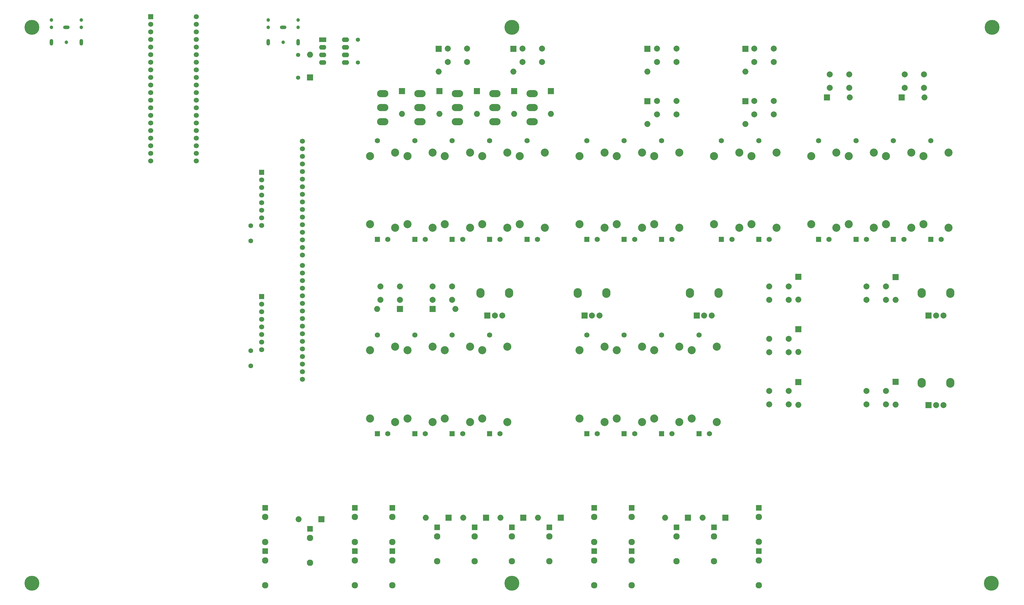
<source format=gbr>
%TF.GenerationSoftware,KiCad,Pcbnew,9.0.2*%
%TF.CreationDate,2026-02-06T08:13:53+00:00*%
%TF.ProjectId,WEASEL_KiCad,57454153-454c-45f4-9b69-4361642e6b69,rev?*%
%TF.SameCoordinates,Original*%
%TF.FileFunction,Soldermask,Bot*%
%TF.FilePolarity,Negative*%
%FSLAX46Y46*%
G04 Gerber Fmt 4.6, Leading zero omitted, Abs format (unit mm)*
G04 Created by KiCad (PCBNEW 9.0.2) date 2026-02-06 08:13:53*
%MOMM*%
%LPD*%
G01*
G04 APERTURE LIST*
%ADD10R,1.750000X1.750000*%
%ADD11C,1.750000*%
%ADD12C,2.700000*%
%ADD13R,1.930000X1.830000*%
%ADD14C,2.130000*%
%ADD15R,2.000000X2.000000*%
%ADD16O,2.000000X2.000000*%
%ADD17C,5.000000*%
%ADD18C,1.700000*%
%ADD19R,1.700000X1.700000*%
%ADD20O,2.780000X3.240000*%
%ADD21C,2.000000*%
%ADD22C,1.397000*%
%ADD23R,2.400000X1.600000*%
%ADD24O,2.400000X1.600000*%
%ADD25C,1.200000*%
%ADD26O,1.200000X2.200000*%
%ADD27O,2.200000X1.200000*%
%ADD28O,3.800000X2.400000*%
%ADD29C,1.600000*%
G04 APERTURE END LIST*
D10*
%TO.C,RV10*%
X264500000Y-90000000D03*
D11*
X268000000Y-90000000D03*
X264500000Y-57000000D03*
D12*
X270450000Y-86100000D03*
X262050000Y-84900000D03*
X262050000Y-62100000D03*
X270450000Y-60900000D03*
%TD*%
D13*
%TO.C,J16*%
X157002700Y-186300000D03*
D14*
X157002700Y-197700000D03*
X157002700Y-189400000D03*
%TD*%
D13*
%TO.C,J21*%
X249502700Y-186300000D03*
D14*
X249502700Y-197700000D03*
X249502700Y-189400000D03*
%TD*%
D15*
%TO.C,D3*%
X157500000Y-26250000D03*
D16*
X157500000Y-33870000D03*
%TD*%
D10*
%TO.C,RV9*%
X252000000Y-90000000D03*
D11*
X255500000Y-90000000D03*
X252000000Y-57000000D03*
D12*
X257950000Y-86100000D03*
X249550000Y-84900000D03*
X249550000Y-62100000D03*
X257950000Y-60900000D03*
%TD*%
D13*
%TO.C,J7*%
X142002700Y-194300000D03*
D14*
X142002700Y-205700000D03*
X142002700Y-197400000D03*
%TD*%
D17*
%TO.C,*%
X21500000Y-205000000D03*
%TD*%
D15*
%TO.C,D1*%
X114500000Y-35750000D03*
D16*
X114500000Y-28130000D03*
%TD*%
D13*
%TO.C,J18*%
X182002700Y-186300000D03*
D14*
X182002700Y-197700000D03*
X182002700Y-189400000D03*
%TD*%
D18*
%TO.C,U2*%
X98350000Y-126910000D03*
X111950000Y-116510000D03*
X111950000Y-113970000D03*
X111950000Y-111430000D03*
X111950000Y-108890000D03*
X111950000Y-106350000D03*
X111950000Y-103810000D03*
X111950000Y-101270000D03*
X111950000Y-98730000D03*
X98350000Y-116750000D03*
X98350000Y-119290000D03*
D19*
X98350000Y-109130000D03*
D18*
X98350000Y-124370000D03*
X98350000Y-121830000D03*
X98350000Y-114210000D03*
X111950000Y-136830000D03*
X111950000Y-134290000D03*
X111950000Y-131750000D03*
X111950000Y-129210000D03*
X111950000Y-126670000D03*
X111950000Y-124130000D03*
X111950000Y-121590000D03*
X111950000Y-119050000D03*
X98350000Y-111670000D03*
%TD*%
D13*
%TO.C,J12*%
X129502700Y-194300000D03*
D14*
X129502700Y-205700000D03*
X129502700Y-197400000D03*
%TD*%
D10*
%TO.C,RV8*%
X232000000Y-90000000D03*
D11*
X235500000Y-90000000D03*
X232000000Y-57000000D03*
D12*
X237950000Y-86100000D03*
X229550000Y-84900000D03*
X229550000Y-62100000D03*
X237950000Y-60900000D03*
%TD*%
D20*
%TO.C,RV26*%
X318947300Y-107965800D03*
X328547300Y-107965800D03*
D15*
X321247300Y-115465800D03*
D21*
X323747300Y-115465800D03*
X326247300Y-115465800D03*
%TD*%
D15*
%TO.C,D13*%
X277750000Y-137750000D03*
D16*
X277750000Y-145370000D03*
%TD*%
D15*
%TO.C,D16*%
X310250000Y-137630000D03*
D16*
X310250000Y-145250000D03*
%TD*%
D10*
%TO.C,RV22*%
X284500000Y-90000000D03*
D11*
X288000000Y-90000000D03*
X284500000Y-57000000D03*
D12*
X290450000Y-86100000D03*
X282050000Y-84900000D03*
X282050000Y-62100000D03*
X290450000Y-60900000D03*
%TD*%
D21*
%TO.C,SW2*%
X185500000Y-26130000D03*
X192000000Y-26130000D03*
X185500000Y-30630000D03*
X192000000Y-30630000D03*
%TD*%
D15*
%TO.C,D8*%
X260000000Y-43750000D03*
D16*
X260000000Y-51370000D03*
%TD*%
D13*
%TO.C,J8*%
X222002700Y-194300000D03*
D14*
X222002700Y-205700000D03*
X222002700Y-197400000D03*
%TD*%
D15*
%TO.C,D26*%
X185810000Y-183080000D03*
D16*
X178190000Y-183080000D03*
%TD*%
D15*
%TO.C,D6*%
X227250000Y-43750000D03*
D16*
X227250000Y-51370000D03*
%TD*%
D13*
%TO.C,J17*%
X169502700Y-186300000D03*
D14*
X169502700Y-197700000D03*
X169502700Y-189400000D03*
%TD*%
D10*
%TO.C,RV3*%
X162000000Y-90000000D03*
D11*
X165500000Y-90000000D03*
X162000000Y-57000000D03*
D12*
X167950000Y-86100000D03*
X159550000Y-84900000D03*
X159550000Y-62100000D03*
X167950000Y-60900000D03*
%TD*%
D13*
%TO.C,J13*%
X209502700Y-194300000D03*
D14*
X209502700Y-205700000D03*
X209502700Y-197400000D03*
%TD*%
D15*
%TO.C,D23*%
X118310000Y-183580000D03*
D16*
X110690000Y-183580000D03*
%TD*%
D15*
%TO.C,D22*%
X195000000Y-40380000D03*
D16*
X195000000Y-48000000D03*
%TD*%
D22*
%TO.C,R2*%
X130500000Y-23190000D03*
X130500000Y-30810000D03*
%TD*%
D15*
%TO.C,D9*%
X155500000Y-113250000D03*
D16*
X163120000Y-113250000D03*
%TD*%
D10*
%TO.C,RV13*%
X162000000Y-155000000D03*
D11*
X165500000Y-155000000D03*
X162000000Y-122000000D03*
D12*
X167950000Y-151100000D03*
X159550000Y-149900000D03*
X159550000Y-127100000D03*
X167950000Y-125900000D03*
%TD*%
D21*
%TO.C,SW15*%
X300497300Y-105750000D03*
X306997300Y-105750000D03*
X300497300Y-110250000D03*
X306997300Y-110250000D03*
%TD*%
%TO.C,SW3*%
X230500000Y-26130000D03*
X237000000Y-26130000D03*
X230500000Y-30630000D03*
X237000000Y-30630000D03*
%TD*%
D20*
%TO.C,RV27*%
X318947300Y-137965800D03*
X328547300Y-137965800D03*
D15*
X321247300Y-145465800D03*
D21*
X323747300Y-145465800D03*
X326247300Y-145465800D03*
%TD*%
D10*
%TO.C,RV19*%
X232000000Y-155000000D03*
D11*
X235500000Y-155000000D03*
X232000000Y-122000000D03*
D12*
X237950000Y-151100000D03*
X229550000Y-149900000D03*
X229550000Y-127100000D03*
X237950000Y-125900000D03*
%TD*%
D15*
%TO.C,D29*%
X253310000Y-183080000D03*
D16*
X245690000Y-183080000D03*
%TD*%
D21*
%TO.C,SW9*%
X267997300Y-105715800D03*
X274497300Y-105715800D03*
X267997300Y-110215800D03*
X274497300Y-110215800D03*
%TD*%
D10*
%TO.C,RV23*%
X297000000Y-90000000D03*
D11*
X300500000Y-90000000D03*
X297000000Y-57000000D03*
D12*
X302950000Y-86100000D03*
X294550000Y-84900000D03*
X294550000Y-62100000D03*
X302950000Y-60900000D03*
%TD*%
D20*
%TO.C,RV21*%
X241447300Y-107965800D03*
X251047300Y-107965800D03*
D15*
X243747300Y-115465800D03*
D21*
X246247300Y-115465800D03*
X248747300Y-115465800D03*
%TD*%
D13*
%TO.C,J10*%
X209502700Y-179800000D03*
D14*
X209502700Y-191200000D03*
X209502700Y-182900000D03*
%TD*%
D13*
%TO.C,J6*%
X99502700Y-194300000D03*
D14*
X99502700Y-205700000D03*
X99502700Y-197400000D03*
%TD*%
D21*
%TO.C,SW5*%
X263000000Y-26130000D03*
X269500000Y-26130000D03*
X263000000Y-30630000D03*
X269500000Y-30630000D03*
%TD*%
D13*
%TO.C,J19*%
X194502700Y-186300000D03*
D14*
X194502700Y-197700000D03*
X194502700Y-189400000D03*
%TD*%
D21*
%TO.C,SW8*%
X137997300Y-105715800D03*
X144497300Y-105715800D03*
X137997300Y-110215800D03*
X144497300Y-110215800D03*
%TD*%
D13*
%TO.C,J5*%
X222002700Y-179800000D03*
D14*
X222002700Y-191200000D03*
X222002700Y-182900000D03*
%TD*%
D15*
%TO.C,D12*%
X277750000Y-120000000D03*
D16*
X277750000Y-127620000D03*
%TD*%
D10*
%TO.C,RV20*%
X244500000Y-155000000D03*
D11*
X248000000Y-155000000D03*
X244500000Y-122000000D03*
D12*
X250450000Y-151100000D03*
X242050000Y-149900000D03*
X242050000Y-127100000D03*
X250450000Y-125900000D03*
%TD*%
D13*
%TO.C,J9*%
X129502700Y-179800000D03*
D14*
X129502700Y-191200000D03*
X129502700Y-182900000D03*
%TD*%
D10*
%TO.C,RV11*%
X137000000Y-155000000D03*
D11*
X140500000Y-155000000D03*
X137000000Y-122000000D03*
D12*
X142950000Y-151100000D03*
X134550000Y-149900000D03*
X134550000Y-127100000D03*
X142950000Y-125900000D03*
%TD*%
D22*
%TO.C,R1*%
X110500000Y-28250000D03*
X110500000Y-35870000D03*
%TD*%
D10*
%TO.C,RV6*%
X207000000Y-90000000D03*
D11*
X210500000Y-90000000D03*
X207000000Y-57000000D03*
D12*
X212950000Y-86100000D03*
X204550000Y-84900000D03*
X204550000Y-62100000D03*
X212950000Y-60900000D03*
%TD*%
D23*
%TO.C,U3*%
X118675000Y-23200000D03*
D24*
X118675000Y-25740000D03*
X118675000Y-28280000D03*
X118675000Y-30820000D03*
X126295000Y-30820000D03*
X126295000Y-28280000D03*
X126295000Y-25740000D03*
X126295000Y-23200000D03*
%TD*%
D21*
%TO.C,SW13*%
X313250000Y-34750000D03*
X319750000Y-34750000D03*
X313250000Y-39250000D03*
X319750000Y-39250000D03*
%TD*%
D10*
%TO.C,RV25*%
X322000000Y-90000000D03*
D11*
X325500000Y-90000000D03*
X322000000Y-57000000D03*
D12*
X327950000Y-86100000D03*
X319550000Y-84900000D03*
X319550000Y-62100000D03*
X327950000Y-60900000D03*
%TD*%
D20*
%TO.C,RV18*%
X203947300Y-107965800D03*
X213547300Y-107965800D03*
D15*
X206247300Y-115465800D03*
D21*
X208747300Y-115465800D03*
X211247300Y-115465800D03*
%TD*%
D17*
%TO.C,*%
X342250000Y-205000000D03*
%TD*%
D25*
%TO.C,J2*%
X38000000Y-19050000D03*
X38000000Y-16550000D03*
X33000000Y-24050000D03*
X28000000Y-19050000D03*
X28000000Y-16550000D03*
D26*
X38000000Y-24050000D03*
D27*
X33000000Y-19050000D03*
D26*
X28000000Y-24050000D03*
%TD*%
D13*
%TO.C,J3*%
X99500000Y-179800000D03*
D14*
X99500000Y-191200000D03*
X99500000Y-182900000D03*
%TD*%
D20*
%TO.C,RV15*%
X171447300Y-107965800D03*
X181047300Y-107965800D03*
D15*
X173747300Y-115465800D03*
D21*
X176247300Y-115465800D03*
X178747300Y-115465800D03*
%TD*%
D13*
%TO.C,J20*%
X237002700Y-186300000D03*
D14*
X237002700Y-197700000D03*
X237002700Y-189400000D03*
%TD*%
D15*
%TO.C,D18*%
X145250000Y-40380000D03*
D16*
X145250000Y-48000000D03*
%TD*%
D10*
%TO.C,RV24*%
X309500000Y-90000000D03*
D11*
X313000000Y-90000000D03*
X309500000Y-57000000D03*
D12*
X315450000Y-86100000D03*
X307050000Y-84900000D03*
X307050000Y-62100000D03*
X315450000Y-60900000D03*
%TD*%
D28*
%TO.C,SW19*%
X176250000Y-41180000D03*
X176250000Y-45880000D03*
X176250000Y-50580000D03*
%TD*%
D15*
%TO.C,D24*%
X160810000Y-183080000D03*
D16*
X153190000Y-183080000D03*
%TD*%
D15*
%TO.C,D20*%
X170250000Y-40380000D03*
D16*
X170250000Y-48000000D03*
%TD*%
D18*
%TO.C,U1*%
X98350000Y-85310000D03*
X111950000Y-74910000D03*
X111950000Y-72370000D03*
X111950000Y-69830000D03*
X111950000Y-67290000D03*
X111950000Y-64750000D03*
X111950000Y-62210000D03*
X111950000Y-59670000D03*
X111950000Y-57130000D03*
X98350000Y-75150000D03*
X98350000Y-77690000D03*
D19*
X98350000Y-67530000D03*
D18*
X98350000Y-82770000D03*
X98350000Y-80230000D03*
X98350000Y-72610000D03*
X111950000Y-95230000D03*
X111950000Y-92690000D03*
X111950000Y-90150000D03*
X111950000Y-87610000D03*
X111950000Y-85070000D03*
X111950000Y-82530000D03*
X111950000Y-79990000D03*
X111950000Y-77450000D03*
X98350000Y-70070000D03*
%TD*%
D15*
%TO.C,D7*%
X260000000Y-26250000D03*
D16*
X260000000Y-33870000D03*
%TD*%
D21*
%TO.C,SW6*%
X263000000Y-43630000D03*
X269500000Y-43630000D03*
X263000000Y-48130000D03*
X269500000Y-48130000D03*
%TD*%
D29*
%TO.C,C1*%
X94700000Y-85440000D03*
X94700000Y-90520000D03*
%TD*%
D15*
%TO.C,D11*%
X277750000Y-102500000D03*
D16*
X277750000Y-110120000D03*
%TD*%
D13*
%TO.C,J4*%
X142002700Y-179800000D03*
D14*
X142002700Y-191200000D03*
X142002700Y-182900000D03*
%TD*%
D29*
%TO.C,C2*%
X94700000Y-127230000D03*
X94700000Y-132310000D03*
%TD*%
D17*
%TO.C,*%
X21500000Y-19000000D03*
%TD*%
D21*
%TO.C,SW1*%
X160500000Y-26130000D03*
X167000000Y-26130000D03*
X160500000Y-30630000D03*
X167000000Y-30630000D03*
%TD*%
D25*
%TO.C,J1*%
X110500000Y-19050000D03*
X110500000Y-16550000D03*
X105500000Y-24050000D03*
X100500000Y-19050000D03*
X100500000Y-16550000D03*
D26*
X110500000Y-24050000D03*
D27*
X105500000Y-19050000D03*
D26*
X100500000Y-24050000D03*
%TD*%
D21*
%TO.C,SW4*%
X230500000Y-43630000D03*
X237000000Y-43630000D03*
X230500000Y-48130000D03*
X237000000Y-48130000D03*
%TD*%
D10*
%TO.C,RV14*%
X174500000Y-155000000D03*
D11*
X178000000Y-155000000D03*
X174500000Y-122000000D03*
D12*
X180450000Y-151100000D03*
X172050000Y-149900000D03*
X172050000Y-127100000D03*
X180450000Y-125900000D03*
%TD*%
D15*
%TO.C,D25*%
X173310000Y-183080000D03*
D16*
X165690000Y-183080000D03*
%TD*%
D15*
%TO.C,D21*%
X182750000Y-40380000D03*
D16*
X182750000Y-48000000D03*
%TD*%
D10*
%TO.C,RV7*%
X219500000Y-90000000D03*
D11*
X223000000Y-90000000D03*
X219500000Y-57000000D03*
D12*
X225450000Y-86100000D03*
X217050000Y-84900000D03*
X217050000Y-62100000D03*
X225450000Y-60900000D03*
%TD*%
D13*
%TO.C,J15*%
X114502700Y-186800000D03*
D14*
X114502700Y-198200000D03*
X114502700Y-189900000D03*
%TD*%
D10*
%TO.C,RV17*%
X219500000Y-155000000D03*
D11*
X223000000Y-155000000D03*
X219500000Y-122000000D03*
D12*
X225450000Y-151100000D03*
X217050000Y-149900000D03*
X217050000Y-127100000D03*
X225450000Y-125900000D03*
%TD*%
D13*
%TO.C,J11*%
X264502700Y-179770000D03*
D14*
X264502700Y-191170000D03*
X264502700Y-182870000D03*
%TD*%
D17*
%TO.C,*%
X182000000Y-205000000D03*
%TD*%
D10*
%TO.C,RV5*%
X187000000Y-90000000D03*
D11*
X190500000Y-90000000D03*
X187000000Y-57000000D03*
D12*
X192950000Y-86100000D03*
X184550000Y-84900000D03*
X184550000Y-62100000D03*
X192950000Y-60900000D03*
%TD*%
D21*
%TO.C,SW14*%
X300497300Y-140715800D03*
X306997300Y-140715800D03*
X300497300Y-145215800D03*
X306997300Y-145215800D03*
%TD*%
%TO.C,SW10*%
X267997300Y-123215800D03*
X274497300Y-123215800D03*
X267997300Y-127715800D03*
X274497300Y-127715800D03*
%TD*%
D10*
%TO.C,RV1*%
X137000000Y-90000000D03*
D11*
X140500000Y-90000000D03*
X137000000Y-57000000D03*
D12*
X142950000Y-86100000D03*
X134550000Y-84900000D03*
X134550000Y-62100000D03*
X142950000Y-60900000D03*
%TD*%
D21*
%TO.C,SW11*%
X267997300Y-140715800D03*
X274497300Y-140715800D03*
X267997300Y-145215800D03*
X274497300Y-145215800D03*
%TD*%
%TO.C,SW7*%
X155497300Y-105715800D03*
X161997300Y-105715800D03*
X155497300Y-110215800D03*
X161997300Y-110215800D03*
%TD*%
D28*
%TO.C,SW18*%
X163750000Y-41180000D03*
X163750000Y-45880000D03*
X163750000Y-50580000D03*
%TD*%
D19*
%TO.C,A1*%
X61210000Y-15500000D03*
D18*
X61210000Y-18040000D03*
X61210000Y-20580000D03*
X61210000Y-23120000D03*
X61210000Y-25660000D03*
X61210000Y-28200000D03*
X61210000Y-30740000D03*
X61210000Y-33280000D03*
X61210000Y-35820000D03*
X61210000Y-38360000D03*
X61210000Y-40900000D03*
X61210000Y-43440000D03*
X61210000Y-45980000D03*
X61210000Y-48520000D03*
X61210000Y-51060000D03*
X61210000Y-53600000D03*
X61210000Y-56140000D03*
X61210000Y-58680000D03*
X61210000Y-61220000D03*
X61210000Y-63760000D03*
X76450000Y-63760000D03*
X76450000Y-61220000D03*
X76450000Y-58680000D03*
X76450000Y-56140000D03*
X76450000Y-53600000D03*
X76450000Y-51060000D03*
X76450000Y-48520000D03*
X76450000Y-45980000D03*
X76450000Y-43440000D03*
X76450000Y-40900000D03*
X76450000Y-38360000D03*
X76450000Y-35820000D03*
X76450000Y-33280000D03*
X76450000Y-30740000D03*
X76450000Y-28200000D03*
X76450000Y-25660000D03*
X76450000Y-23120000D03*
X76450000Y-20580000D03*
X76450000Y-18040000D03*
X76450000Y-15500000D03*
%TD*%
D10*
%TO.C,RV16*%
X207000000Y-155000000D03*
D11*
X210500000Y-155000000D03*
X207000000Y-122000000D03*
D12*
X212950000Y-151100000D03*
X204550000Y-149900000D03*
X204550000Y-127100000D03*
X212950000Y-125900000D03*
%TD*%
D17*
%TO.C,*%
X342500000Y-19000000D03*
%TD*%
D15*
%TO.C,D4*%
X182500000Y-26250000D03*
D16*
X182500000Y-33870000D03*
%TD*%
D15*
%TO.C,D19*%
X157750000Y-40380000D03*
D16*
X157750000Y-48000000D03*
%TD*%
D28*
%TO.C,SW16*%
X138750000Y-41180000D03*
X138750000Y-45880000D03*
X138750000Y-50580000D03*
%TD*%
D13*
%TO.C,J14*%
X264502700Y-194300000D03*
D14*
X264502700Y-205700000D03*
X264502700Y-197400000D03*
%TD*%
D17*
%TO.C,*%
X182000000Y-205000000D03*
%TD*%
D15*
%TO.C,D27*%
X198310000Y-183080000D03*
D16*
X190690000Y-183080000D03*
%TD*%
D17*
%TO.C,*%
X182000000Y-19000000D03*
%TD*%
D10*
%TO.C,RV2*%
X149500000Y-90000000D03*
D11*
X153000000Y-90000000D03*
X149500000Y-57000000D03*
D12*
X155450000Y-86100000D03*
X147050000Y-84900000D03*
X147050000Y-62100000D03*
X155450000Y-60900000D03*
%TD*%
D21*
%TO.C,SW12*%
X288250000Y-34750000D03*
X294750000Y-34750000D03*
X288250000Y-39250000D03*
X294750000Y-39250000D03*
%TD*%
D15*
%TO.C,D14*%
X287250000Y-42500000D03*
D16*
X294870000Y-42500000D03*
%TD*%
D10*
%TO.C,RV12*%
X149500000Y-155000000D03*
D11*
X153000000Y-155000000D03*
X149500000Y-122000000D03*
D12*
X155450000Y-151100000D03*
X147050000Y-149900000D03*
X147050000Y-127100000D03*
X155450000Y-125900000D03*
%TD*%
D15*
%TO.C,D28*%
X240810000Y-183080000D03*
D16*
X233190000Y-183080000D03*
%TD*%
D15*
%TO.C,D17*%
X310250000Y-102630000D03*
D16*
X310250000Y-110250000D03*
%TD*%
D28*
%TO.C,SW17*%
X151250000Y-41180000D03*
X151250000Y-45880000D03*
X151250000Y-50580000D03*
%TD*%
D10*
%TO.C,RV4*%
X174500000Y-90000000D03*
D11*
X178000000Y-90000000D03*
X174500000Y-57000000D03*
D12*
X180450000Y-86100000D03*
X172050000Y-84900000D03*
X172050000Y-62100000D03*
X180450000Y-60900000D03*
%TD*%
D15*
%TO.C,D10*%
X144500000Y-113250000D03*
D16*
X136880000Y-113250000D03*
%TD*%
D15*
%TO.C,D5*%
X227250000Y-26250000D03*
D16*
X227250000Y-33870000D03*
%TD*%
D28*
%TO.C,SW20*%
X188750000Y-41180000D03*
X188750000Y-45880000D03*
X188750000Y-50580000D03*
%TD*%
D15*
%TO.C,D15*%
X312250000Y-42500000D03*
D16*
X319870000Y-42500000D03*
%TD*%
M02*

</source>
